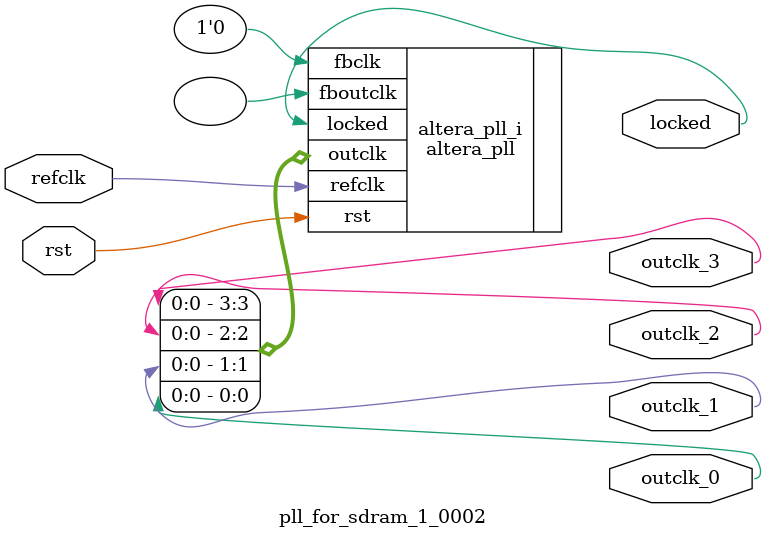
<source format=v>
`timescale 1ns/10ps
module  pll_for_sdram_1_0002(

	// interface 'refclk'
	input wire refclk,

	// interface 'reset'
	input wire rst,

	// interface 'outclk0'
	output wire outclk_0,

	// interface 'outclk1'
	output wire outclk_1,

	// interface 'outclk2'
	output wire outclk_2,

	// interface 'outclk3'
	output wire outclk_3,

	// interface 'locked'
	output wire locked
);

	altera_pll #(
		.fractional_vco_multiplier("true"),
		.reference_clock_frequency("50.0 MHz"),
		.operation_mode("normal"),
		.number_of_clocks(4),
		.output_clock_frequency0("100.000000 MHz"),
		.phase_shift0("0 ps"),
		.duty_cycle0(50),
		.output_clock_frequency1("120.000000 MHz"),
		.phase_shift1("0 ps"),
		.duty_cycle1(50),
		.output_clock_frequency2("25.000000 MHz"),
		.phase_shift2("0 ps"),
		.duty_cycle2(50),
		.output_clock_frequency3("24.000000 MHz"),
		.phase_shift3("0 ps"),
		.duty_cycle3(50),
		.output_clock_frequency4("0 MHz"),
		.phase_shift4("0 ps"),
		.duty_cycle4(50),
		.output_clock_frequency5("0 MHz"),
		.phase_shift5("0 ps"),
		.duty_cycle5(50),
		.output_clock_frequency6("0 MHz"),
		.phase_shift6("0 ps"),
		.duty_cycle6(50),
		.output_clock_frequency7("0 MHz"),
		.phase_shift7("0 ps"),
		.duty_cycle7(50),
		.output_clock_frequency8("0 MHz"),
		.phase_shift8("0 ps"),
		.duty_cycle8(50),
		.output_clock_frequency9("0 MHz"),
		.phase_shift9("0 ps"),
		.duty_cycle9(50),
		.output_clock_frequency10("0 MHz"),
		.phase_shift10("0 ps"),
		.duty_cycle10(50),
		.output_clock_frequency11("0 MHz"),
		.phase_shift11("0 ps"),
		.duty_cycle11(50),
		.output_clock_frequency12("0 MHz"),
		.phase_shift12("0 ps"),
		.duty_cycle12(50),
		.output_clock_frequency13("0 MHz"),
		.phase_shift13("0 ps"),
		.duty_cycle13(50),
		.output_clock_frequency14("0 MHz"),
		.phase_shift14("0 ps"),
		.duty_cycle14(50),
		.output_clock_frequency15("0 MHz"),
		.phase_shift15("0 ps"),
		.duty_cycle15(50),
		.output_clock_frequency16("0 MHz"),
		.phase_shift16("0 ps"),
		.duty_cycle16(50),
		.output_clock_frequency17("0 MHz"),
		.phase_shift17("0 ps"),
		.duty_cycle17(50),
		.pll_type("General"),
		.pll_subtype("General")
	) altera_pll_i (
		.rst	(rst),
		.outclk	({outclk_3, outclk_2, outclk_1, outclk_0}),
		.locked	(locked),
		.fboutclk	( ),
		.fbclk	(1'b0),
		.refclk	(refclk)
	);
endmodule


</source>
